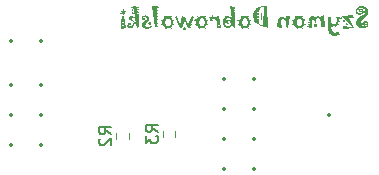
<source format=gbo>
%TF.GenerationSoftware,KiCad,Pcbnew,9.0.5*%
%TF.CreationDate,2025-11-26T16:17:29+01:00*%
%TF.ProjectId,Stacja_pogody_SD,53746163-6a61-45f7-906f-676f64795f53,rev?*%
%TF.SameCoordinates,Original*%
%TF.FileFunction,Legend,Bot*%
%TF.FilePolarity,Positive*%
%FSLAX46Y46*%
G04 Gerber Fmt 4.6, Leading zero omitted, Abs format (unit mm)*
G04 Created by KiCad (PCBNEW 9.0.5) date 2025-11-26 16:17:29*
%MOMM*%
%LPD*%
G01*
G04 APERTURE LIST*
%ADD10C,0.300000*%
%ADD11C,0.150000*%
%ADD12C,0.120000*%
%ADD13C,0.350000*%
G04 APERTURE END LIST*
D10*
G36*
X146265985Y-35156437D02*
G01*
X146272620Y-35236146D01*
X146291537Y-35304746D01*
X146321994Y-35364238D01*
X146364262Y-35416098D01*
X146416193Y-35458228D01*
X146475649Y-35488572D01*
X146544083Y-35507407D01*
X146623465Y-35514009D01*
X146688921Y-35509907D01*
X146747754Y-35498072D01*
X146802767Y-35477610D01*
X146852626Y-35448338D01*
X146899403Y-35407107D01*
X146931944Y-35359769D01*
X146951638Y-35305822D01*
X146958414Y-35244364D01*
X146953303Y-35191862D01*
X146938722Y-35147186D01*
X146913978Y-35108088D01*
X146878363Y-35075013D01*
X146840080Y-35052090D01*
X146797030Y-35035262D01*
X146750447Y-35025176D01*
X146696280Y-35021615D01*
X146630884Y-35029950D01*
X146575655Y-35055778D01*
X146550576Y-35078479D01*
X146533340Y-35103223D01*
X146522809Y-35131234D01*
X146519143Y-35164131D01*
X146528707Y-35210135D01*
X146557520Y-35247845D01*
X146599137Y-35272786D01*
X146648103Y-35281184D01*
X146679985Y-35278108D01*
X146704890Y-35269644D01*
X146725519Y-35253952D01*
X146743816Y-35226962D01*
X146720552Y-35231450D01*
X146704432Y-35232458D01*
X146672332Y-35229009D01*
X146653141Y-35220459D01*
X146641051Y-35205578D01*
X146636654Y-35182449D01*
X146641190Y-35160096D01*
X146654148Y-35144439D01*
X146674500Y-35135063D01*
X146707546Y-35131341D01*
X146753799Y-35137844D01*
X146791810Y-35157261D01*
X146820752Y-35191425D01*
X146830644Y-35233374D01*
X146824798Y-35280269D01*
X146808619Y-35315992D01*
X146782467Y-35343283D01*
X146748289Y-35361910D01*
X146701063Y-35374454D01*
X146636837Y-35379187D01*
X146576299Y-35371726D01*
X146525859Y-35350356D01*
X146483148Y-35314890D01*
X146450839Y-35269105D01*
X146431306Y-35216653D01*
X146424529Y-35155613D01*
X146431376Y-35101284D01*
X146451366Y-35053947D01*
X146483731Y-35012890D01*
X146530775Y-34976094D01*
X146576555Y-34951965D01*
X146627862Y-34935061D01*
X146682557Y-34925339D01*
X146743358Y-34921964D01*
X146816729Y-34926720D01*
X146880836Y-34940282D01*
X146939700Y-34963512D01*
X146990562Y-34995878D01*
X147036137Y-35040687D01*
X147068598Y-35092964D01*
X147088122Y-35152408D01*
X147094976Y-35222566D01*
X147089779Y-35270216D01*
X147073904Y-35317595D01*
X147046250Y-35365631D01*
X146988327Y-35431216D01*
X146899521Y-35501094D01*
X146716155Y-35624742D01*
X146533523Y-35747474D01*
X146471779Y-35809073D01*
X146422712Y-35872862D01*
X146385145Y-35939174D01*
X146357802Y-36010148D01*
X146341288Y-36085019D01*
X146335686Y-36164672D01*
X146346239Y-36274155D01*
X146376444Y-36368095D01*
X146407969Y-36424708D01*
X146448799Y-36475992D01*
X146499726Y-36522426D01*
X146580375Y-36574726D01*
X146671276Y-36613559D01*
X146769848Y-36637104D01*
X146882759Y-36645341D01*
X146972213Y-36641079D01*
X147050921Y-36628947D01*
X147125240Y-36607992D01*
X147192520Y-36578755D01*
X147263706Y-36530395D01*
X147312505Y-36474433D01*
X147342509Y-36407872D01*
X147352896Y-36328803D01*
X147344623Y-36245544D01*
X147321357Y-36177290D01*
X147284020Y-36120891D01*
X147233172Y-36077670D01*
X147169698Y-36051064D01*
X147089755Y-36041573D01*
X147040455Y-36045440D01*
X146997523Y-36056502D01*
X146957841Y-36074513D01*
X146921869Y-36098818D01*
X146889031Y-36131655D01*
X146866273Y-36169159D01*
X146852714Y-36211140D01*
X146848046Y-36258461D01*
X146853497Y-36315729D01*
X146868221Y-36358618D01*
X146890911Y-36390535D01*
X146922275Y-36413747D01*
X146964516Y-36428761D01*
X147021062Y-36434316D01*
X147065508Y-36427486D01*
X147103494Y-36407388D01*
X147129933Y-36376079D01*
X147138756Y-36335947D01*
X147133594Y-36299290D01*
X147119980Y-36275405D01*
X147097693Y-36260487D01*
X147064110Y-36254980D01*
X147054676Y-36255530D01*
X147035808Y-36255988D01*
X147060538Y-36279893D01*
X147066308Y-36298944D01*
X147063235Y-36315985D01*
X147054951Y-36326605D01*
X147021062Y-36335031D01*
X146998575Y-36330796D01*
X146983784Y-36319094D01*
X146975154Y-36300323D01*
X146971694Y-36269177D01*
X146982136Y-36228053D01*
X147014467Y-36194713D01*
X147055134Y-36176578D01*
X147103036Y-36170533D01*
X147147605Y-36175435D01*
X147181600Y-36188887D01*
X147207541Y-36210192D01*
X147232859Y-36256357D01*
X147242529Y-36327704D01*
X147237133Y-36371016D01*
X147221463Y-36408304D01*
X147195878Y-36440456D01*
X147158815Y-36468937D01*
X147122773Y-36487257D01*
X147081787Y-36500353D01*
X146990287Y-36510519D01*
X146930219Y-36505072D01*
X146876714Y-36489270D01*
X146828183Y-36462706D01*
X146784482Y-36424515D01*
X146749685Y-36379540D01*
X146725131Y-36330543D01*
X146710471Y-36276867D01*
X146705348Y-36215047D01*
X146714992Y-36148372D01*
X146746564Y-36072622D01*
X146795998Y-35998401D01*
X146872501Y-35913529D01*
X147026741Y-35766434D01*
X147182995Y-35620254D01*
X147258042Y-35528809D01*
X147308658Y-35444033D01*
X147340707Y-35356428D01*
X147350881Y-35273674D01*
X147345776Y-35192093D01*
X147331114Y-35119586D01*
X147307559Y-35054863D01*
X147274034Y-34995018D01*
X147231277Y-34942200D01*
X147178599Y-34895769D01*
X147096077Y-34845855D01*
X146998897Y-34809673D01*
X146892708Y-34788725D01*
X146767996Y-34781280D01*
X146675118Y-34786939D01*
X146589485Y-34803445D01*
X146508453Y-34831476D01*
X146434421Y-34870948D01*
X146358896Y-34930573D01*
X146307842Y-34996061D01*
X146276641Y-35071101D01*
X146265985Y-35156437D01*
G37*
G36*
X146148291Y-35813145D02*
G01*
X145695373Y-35789789D01*
X146169540Y-36656790D01*
X145231556Y-36704143D01*
X145213604Y-36481027D01*
X145926182Y-36521877D01*
X145208618Y-35712120D01*
X145502116Y-35712120D01*
X145543434Y-35848669D01*
X145591509Y-35975444D01*
X145647516Y-36095461D01*
X145707829Y-36200575D01*
X145735032Y-36164397D01*
X145682728Y-36048760D01*
X145639319Y-35929191D01*
X145605063Y-35806522D01*
X145580334Y-35681620D01*
X145502116Y-35712120D01*
X145208618Y-35712120D01*
X145139873Y-35634542D01*
X146073552Y-35584259D01*
X146148291Y-35813145D01*
G37*
G36*
X145555919Y-36228993D02*
G01*
X145579144Y-36243073D01*
X145593584Y-36265691D01*
X145598927Y-36299494D01*
X145593533Y-36334017D01*
X145579144Y-36356372D01*
X145555970Y-36370034D01*
X145521167Y-36375148D01*
X145486545Y-36369993D01*
X145464289Y-36356372D01*
X145450660Y-36334050D01*
X145445512Y-36299494D01*
X145450610Y-36265661D01*
X145464289Y-36243073D01*
X145486534Y-36229040D01*
X145521167Y-36223748D01*
X145555919Y-36228993D01*
G37*
G36*
X145329322Y-35982908D02*
G01*
X145352090Y-35996968D01*
X145366190Y-36019596D01*
X145371415Y-36053297D01*
X145366163Y-36087065D01*
X145352090Y-36109259D01*
X145329384Y-36122832D01*
X145294662Y-36127943D01*
X145259315Y-36122739D01*
X145237326Y-36109167D01*
X145224016Y-36087082D01*
X145219008Y-36053297D01*
X145223993Y-36019501D01*
X145237326Y-35996968D01*
X145259306Y-35982986D01*
X145294662Y-35977643D01*
X145329322Y-35982908D01*
G37*
G36*
X145100942Y-35736671D02*
G01*
X145123570Y-35750771D01*
X145137671Y-35773399D01*
X145142896Y-35807100D01*
X145137606Y-35841748D01*
X145123570Y-35864070D01*
X145100994Y-35877751D01*
X145067241Y-35882846D01*
X145032620Y-35877691D01*
X145010363Y-35864070D01*
X144996738Y-35841737D01*
X144991587Y-35807100D01*
X144996682Y-35773347D01*
X145010363Y-35750771D01*
X145032609Y-35736739D01*
X145067241Y-35731446D01*
X145100942Y-35736671D01*
G37*
G36*
X143903760Y-36240875D02*
G01*
X143911210Y-36465341D01*
X143931823Y-36652269D01*
X143963266Y-36806690D01*
X144003612Y-36933213D01*
X144051405Y-37035977D01*
X144106672Y-37119695D01*
X144168425Y-37185592D01*
X144236946Y-37235901D01*
X144313142Y-37271967D01*
X144398481Y-37294164D01*
X144494889Y-37301866D01*
X144628215Y-37292275D01*
X144747405Y-37264589D01*
X144857909Y-37217471D01*
X144958614Y-37150191D01*
X144908697Y-37053929D01*
X144833797Y-37107337D01*
X144752718Y-37144055D01*
X144664865Y-37165464D01*
X144565597Y-37172906D01*
X144494706Y-37169426D01*
X144427203Y-37159992D01*
X144459351Y-37166037D01*
X144491775Y-37167044D01*
X144568660Y-37160736D01*
X144640427Y-37142131D01*
X144708081Y-37111352D01*
X144773326Y-37067485D01*
X144832272Y-37010485D01*
X144873526Y-36949515D01*
X144899527Y-36880621D01*
X144911079Y-36797016D01*
X144825716Y-36903537D01*
X144787318Y-36941411D01*
X144753450Y-36967284D01*
X144706997Y-36993114D01*
X144656455Y-37011614D01*
X144602579Y-37022552D01*
X144541967Y-37026360D01*
X144477900Y-37019014D01*
X144420784Y-36997486D01*
X144368856Y-36961246D01*
X144321120Y-36908116D01*
X144277452Y-36834477D01*
X144239721Y-36739937D01*
X144207697Y-36618104D01*
X144183147Y-36463464D01*
X144168275Y-36269910D01*
X144224695Y-36350876D01*
X144287343Y-36413891D01*
X144250524Y-36505116D01*
X144317843Y-36562818D01*
X144358143Y-36455931D01*
X144424272Y-36475348D01*
X144499835Y-36475623D01*
X144529602Y-36590662D01*
X144630077Y-36566665D01*
X144584831Y-36458770D01*
X144626995Y-36440610D01*
X144667813Y-36414257D01*
X144704388Y-36381130D01*
X144736323Y-36341168D01*
X144824067Y-36408579D01*
X144897157Y-36331092D01*
X144775249Y-36261758D01*
X144801536Y-36183173D01*
X144816099Y-36096803D01*
X144914559Y-36133347D01*
X144948631Y-36046611D01*
X144824891Y-36010432D01*
X144826723Y-35990191D01*
X144827731Y-35965369D01*
X144825166Y-35922688D01*
X144819762Y-35855552D01*
X144958248Y-35855552D01*
X144947257Y-35751871D01*
X144810969Y-35772387D01*
X144800803Y-35690047D01*
X144622200Y-35677865D01*
X144655448Y-35839706D01*
X144666164Y-35977093D01*
X144662736Y-36044110D01*
X144652975Y-36103031D01*
X144636331Y-36158088D01*
X144614232Y-36205246D01*
X144578227Y-36255165D01*
X144536379Y-36289235D01*
X144486872Y-36309859D01*
X144427203Y-36317079D01*
X144350229Y-36307373D01*
X144291313Y-36280441D01*
X144246036Y-36236754D01*
X144215040Y-36179828D01*
X144194183Y-36101308D01*
X144186318Y-35994678D01*
X144194470Y-35878541D01*
X144220757Y-35746284D01*
X143937923Y-35683360D01*
X143912461Y-35977551D01*
X143903760Y-36240875D01*
G37*
G36*
X142173879Y-36568771D02*
G01*
X142598496Y-36619330D01*
X142590252Y-36100558D01*
X142595499Y-35998731D01*
X142611776Y-35937434D01*
X142631237Y-35905950D01*
X142654100Y-35888933D01*
X142681569Y-35883304D01*
X142708413Y-35891111D01*
X142740187Y-35919299D01*
X142768750Y-35960698D01*
X142802927Y-36028109D01*
X142841212Y-36127943D01*
X142872170Y-36229152D01*
X142885908Y-36141499D01*
X142896625Y-36053572D01*
X142919522Y-35957767D01*
X142952404Y-35889166D01*
X142980589Y-35858495D01*
X143013861Y-35836684D01*
X143052149Y-35823498D01*
X143098583Y-35818824D01*
X143142835Y-35824642D01*
X143184198Y-35842147D01*
X143223879Y-35872588D01*
X143273245Y-35935573D01*
X143320050Y-36033879D01*
X143309700Y-36581045D01*
X143685956Y-36554300D01*
X143560202Y-35554583D01*
X143340658Y-35589571D01*
X143330675Y-35794644D01*
X143269624Y-35729555D01*
X143205012Y-35682719D01*
X143134152Y-35652789D01*
X143060664Y-35642969D01*
X142992045Y-35650168D01*
X142932803Y-35670904D01*
X142881324Y-35705055D01*
X142839014Y-35752603D01*
X142781448Y-35699277D01*
X142724891Y-35662295D01*
X142664988Y-35638780D01*
X142606739Y-35631245D01*
X142542944Y-35640176D01*
X142484373Y-35666966D01*
X142432328Y-35709675D01*
X142381974Y-35772662D01*
X142349726Y-35827517D01*
X142321707Y-35889898D01*
X142298735Y-35956647D01*
X142278476Y-36033238D01*
X142408719Y-36070058D01*
X142394431Y-36144247D01*
X142260983Y-36116678D01*
X142250083Y-36210559D01*
X142379959Y-36231991D01*
X142362649Y-36314240D01*
X142225262Y-36291708D01*
X142207768Y-36386871D01*
X142354405Y-36394016D01*
X142341949Y-36481119D01*
X142195678Y-36465823D01*
X142173879Y-36568771D01*
G37*
G36*
X142741103Y-36416730D02*
G01*
X142751000Y-36470081D01*
X142780396Y-36514183D01*
X142824219Y-36543873D01*
X142878306Y-36553934D01*
X142931637Y-36543958D01*
X142976217Y-36514183D01*
X143006399Y-36470002D01*
X143016517Y-36416730D01*
X143006392Y-36364105D01*
X142976217Y-36320834D01*
X142931701Y-36291702D01*
X142878306Y-36281908D01*
X142824153Y-36291786D01*
X142780396Y-36320834D01*
X142751001Y-36364088D01*
X142741103Y-36416730D01*
G37*
G36*
X141807332Y-35636283D02*
G01*
X141738547Y-35744360D01*
X141786969Y-35785480D01*
X141829772Y-35833845D01*
X141865442Y-35887709D01*
X141893061Y-35945860D01*
X142011214Y-35896310D01*
X142036401Y-35990740D01*
X141921729Y-36026644D01*
X141932720Y-36080591D01*
X141936384Y-36141224D01*
X141932262Y-36206071D01*
X141919623Y-36277145D01*
X142036310Y-36303157D01*
X142016618Y-36396946D01*
X141887932Y-36356463D01*
X141864693Y-36402663D01*
X141835908Y-36446680D01*
X141802315Y-36486947D01*
X141765200Y-36521877D01*
X141851571Y-36646257D01*
X141765383Y-36696449D01*
X141689637Y-36577015D01*
X141635761Y-36604495D01*
X141578171Y-36624001D01*
X141518259Y-36635603D01*
X141456996Y-36639480D01*
X141417246Y-36636915D01*
X141366229Y-36629679D01*
X141347636Y-36748748D01*
X141247527Y-36723652D01*
X141276287Y-36601195D01*
X141198798Y-36561631D01*
X141132214Y-36510245D01*
X141076627Y-36447120D01*
X141032563Y-36371942D01*
X140951963Y-36429187D01*
X140896459Y-36333382D01*
X140999590Y-36285389D01*
X140984844Y-36215138D01*
X140980038Y-36147086D01*
X141272349Y-36147086D01*
X141275812Y-36212103D01*
X141285629Y-36268627D01*
X141301877Y-36321486D01*
X141323182Y-36367546D01*
X141358195Y-36416286D01*
X141399019Y-36448970D01*
X141447301Y-36468516D01*
X141505081Y-36475348D01*
X141561110Y-36468573D01*
X141609129Y-36448970D01*
X141650149Y-36416311D01*
X141685974Y-36367454D01*
X141707941Y-36321396D01*
X141724076Y-36268627D01*
X141733485Y-36212125D01*
X141736807Y-36147086D01*
X141733540Y-36085332D01*
X141724076Y-36029025D01*
X141707727Y-35975800D01*
X141684875Y-35928458D01*
X141649129Y-35879164D01*
X141608121Y-35845935D01*
X141560191Y-35825745D01*
X141505081Y-35818824D01*
X141448373Y-35825834D01*
X141401034Y-35845935D01*
X141360571Y-35878880D01*
X141324189Y-35927542D01*
X141300676Y-35974727D01*
X141284530Y-36027377D01*
X141275511Y-36083508D01*
X141272349Y-36147086D01*
X140980038Y-36147086D01*
X140979624Y-36141224D01*
X140981730Y-36096528D01*
X140986401Y-36059433D01*
X140858174Y-36026094D01*
X140883087Y-35914811D01*
X141008658Y-35970590D01*
X141040380Y-35903626D01*
X141079641Y-35843004D01*
X141126706Y-35788817D01*
X141181582Y-35742070D01*
X141126169Y-35641870D01*
X141211166Y-35593876D01*
X141265571Y-35690047D01*
X141355422Y-35659730D01*
X141404214Y-35651615D01*
X141456996Y-35648831D01*
X141510037Y-35651701D01*
X141560677Y-35660188D01*
X141655566Y-35693069D01*
X141723526Y-35578580D01*
X141807332Y-35636283D01*
G37*
G36*
X140694317Y-35667057D02*
G01*
X140584042Y-36610537D01*
X140393258Y-36583426D01*
X140363399Y-36051282D01*
X140292068Y-35955564D01*
X140230958Y-35894569D01*
X140186559Y-35863970D01*
X140146748Y-35847424D01*
X140110150Y-35842271D01*
X140072020Y-35847732D01*
X140042374Y-35863147D01*
X140019108Y-35888891D01*
X139997684Y-35942543D01*
X139989066Y-36030124D01*
X139992180Y-36173098D01*
X140003446Y-36604858D01*
X139602460Y-36536348D01*
X139632809Y-36381559D01*
X139740030Y-36381559D01*
X139746259Y-36413328D01*
X139764851Y-36439353D01*
X139791699Y-36456861D01*
X139822187Y-36462617D01*
X139860198Y-36457073D01*
X139884194Y-36442559D01*
X139898745Y-36418688D01*
X139904253Y-36381559D01*
X139898777Y-36345327D01*
X139884194Y-36321659D01*
X139860189Y-36307074D01*
X139822187Y-36301509D01*
X139791699Y-36307264D01*
X139764851Y-36324773D01*
X139746212Y-36350656D01*
X139740030Y-36381559D01*
X139632809Y-36381559D01*
X139682229Y-36129501D01*
X139777949Y-36129501D01*
X139782238Y-36159186D01*
X139793519Y-36178227D01*
X139812009Y-36189875D01*
X139840597Y-36194255D01*
X139869342Y-36189889D01*
X139888224Y-36178227D01*
X139899853Y-36159141D01*
X139904253Y-36129501D01*
X139899923Y-36101635D01*
X139888224Y-36082881D01*
X139869342Y-36071219D01*
X139840597Y-36066852D01*
X139812009Y-36071233D01*
X139793519Y-36082881D01*
X139782170Y-36101592D01*
X139777949Y-36129501D01*
X139682229Y-36129501D01*
X139697349Y-36052381D01*
X139729472Y-35929670D01*
X139768709Y-35838198D01*
X139813486Y-35771654D01*
X139871494Y-35719520D01*
X139938309Y-35688736D01*
X140016910Y-35678140D01*
X140078209Y-35683841D01*
X140137804Y-35700997D01*
X140196612Y-35730255D01*
X140276894Y-35791429D01*
X140352683Y-35876526D01*
X140337570Y-35589480D01*
X140694317Y-35667057D01*
G37*
G36*
X138343225Y-35439625D02*
G01*
X138328886Y-35547165D01*
X138320410Y-35656578D01*
X138317529Y-35771196D01*
X138318079Y-35840897D01*
X138320735Y-35909224D01*
X138263124Y-35939632D01*
X138245630Y-35785759D01*
X138239952Y-35619521D01*
X138243524Y-35477464D01*
X138255705Y-35335864D01*
X138363416Y-35335864D01*
X138343225Y-35439625D01*
G37*
G36*
X138864969Y-36604675D02*
G01*
X138697944Y-36580823D01*
X138545308Y-36548721D01*
X138405915Y-36508962D01*
X138270026Y-36458674D01*
X138145094Y-36400483D01*
X138030300Y-36334573D01*
X137926928Y-36261667D01*
X137840525Y-36185228D01*
X137769376Y-36105208D01*
X137712112Y-36021331D01*
X137666345Y-35930024D01*
X137633517Y-35833272D01*
X137613514Y-35730138D01*
X137606691Y-35619521D01*
X137613197Y-35520328D01*
X137929183Y-35520328D01*
X137929183Y-35617323D01*
X138078843Y-35627581D01*
X138080858Y-35768449D01*
X137934678Y-35773578D01*
X137947318Y-35872496D01*
X138083880Y-35879732D01*
X138094230Y-36268261D01*
X138184507Y-36316206D01*
X138278786Y-36357471D01*
X138375673Y-36391151D01*
X138472684Y-36416089D01*
X138494025Y-34863804D01*
X138394915Y-34881812D01*
X138303241Y-34905294D01*
X138215748Y-34934707D01*
X138138102Y-34967943D01*
X138104214Y-35265980D01*
X137952630Y-35281367D01*
X137947868Y-35370119D01*
X138089376Y-35375248D01*
X138075454Y-35515291D01*
X137929183Y-35520328D01*
X137613197Y-35520328D01*
X137617188Y-35459484D01*
X137646943Y-35321623D01*
X137694160Y-35202507D01*
X137743209Y-35120132D01*
X137802963Y-35046718D01*
X137874064Y-34981544D01*
X137957576Y-34924254D01*
X138043508Y-34880531D01*
X138150352Y-34840156D01*
X138281625Y-34803995D01*
X138489659Y-34766083D01*
X138752862Y-34740064D01*
X138864969Y-36604675D01*
G37*
G36*
X137213124Y-35636283D02*
G01*
X137144339Y-35744360D01*
X137192761Y-35785480D01*
X137235564Y-35833845D01*
X137271234Y-35887709D01*
X137298853Y-35945860D01*
X137417006Y-35896310D01*
X137442193Y-35990740D01*
X137327521Y-36026644D01*
X137338512Y-36080591D01*
X137342176Y-36141224D01*
X137338054Y-36206071D01*
X137325415Y-36277145D01*
X137442102Y-36303157D01*
X137422410Y-36396946D01*
X137293724Y-36356463D01*
X137270485Y-36402663D01*
X137241700Y-36446680D01*
X137208107Y-36486947D01*
X137170992Y-36521877D01*
X137257363Y-36646257D01*
X137171175Y-36696449D01*
X137095430Y-36577015D01*
X137041553Y-36604495D01*
X136983963Y-36624001D01*
X136924051Y-36635603D01*
X136862788Y-36639480D01*
X136823038Y-36636915D01*
X136772021Y-36629679D01*
X136753428Y-36748748D01*
X136653319Y-36723652D01*
X136682079Y-36601195D01*
X136604590Y-36561631D01*
X136538006Y-36510245D01*
X136482419Y-36447120D01*
X136438355Y-36371942D01*
X136357755Y-36429187D01*
X136302251Y-36333382D01*
X136405382Y-36285389D01*
X136390636Y-36215138D01*
X136385830Y-36147086D01*
X136678141Y-36147086D01*
X136681604Y-36212103D01*
X136691421Y-36268627D01*
X136707670Y-36321486D01*
X136728974Y-36367546D01*
X136763987Y-36416286D01*
X136804811Y-36448970D01*
X136853093Y-36468516D01*
X136910874Y-36475348D01*
X136966902Y-36468573D01*
X137014921Y-36448970D01*
X137055941Y-36416311D01*
X137091766Y-36367454D01*
X137113733Y-36321396D01*
X137129868Y-36268627D01*
X137139277Y-36212125D01*
X137142599Y-36147086D01*
X137139332Y-36085332D01*
X137129868Y-36029025D01*
X137113519Y-35975800D01*
X137090667Y-35928458D01*
X137054921Y-35879164D01*
X137013913Y-35845935D01*
X136965983Y-35825745D01*
X136910874Y-35818824D01*
X136854165Y-35825834D01*
X136806826Y-35845935D01*
X136766363Y-35878880D01*
X136729981Y-35927542D01*
X136706468Y-35974727D01*
X136690322Y-36027377D01*
X136681303Y-36083508D01*
X136678141Y-36147086D01*
X136385830Y-36147086D01*
X136385416Y-36141224D01*
X136387522Y-36096528D01*
X136392193Y-36059433D01*
X136263966Y-36026094D01*
X136288879Y-35914811D01*
X136414450Y-35970590D01*
X136446172Y-35903626D01*
X136485433Y-35843004D01*
X136532498Y-35788817D01*
X136587374Y-35742070D01*
X136531961Y-35641870D01*
X136616958Y-35593876D01*
X136671363Y-35690047D01*
X136761214Y-35659730D01*
X136810006Y-35651615D01*
X136862788Y-35648831D01*
X136915829Y-35651701D01*
X136966469Y-35660188D01*
X137061358Y-35693069D01*
X137129318Y-35578580D01*
X137213124Y-35636283D01*
G37*
G36*
X135019060Y-36126570D02*
G01*
X135027066Y-36229538D01*
X135050018Y-36319735D01*
X135088440Y-36402099D01*
X135141700Y-36474707D01*
X135210451Y-36536349D01*
X135289895Y-36580403D01*
X135378447Y-36606836D01*
X135480038Y-36616032D01*
X135557911Y-36609432D01*
X135625210Y-36590570D01*
X135685452Y-36558669D01*
X135737409Y-36513450D01*
X135778133Y-36459140D01*
X135807201Y-36397954D01*
X135824308Y-36330425D01*
X135830374Y-36250492D01*
X135825369Y-36187920D01*
X135810773Y-36130966D01*
X135786536Y-36077825D01*
X135752888Y-36028842D01*
X135707928Y-35984889D01*
X135658549Y-35954653D01*
X135603695Y-35936435D01*
X135542503Y-35930198D01*
X135481648Y-35936524D01*
X135428630Y-35954804D01*
X135381761Y-35984970D01*
X135344934Y-36025406D01*
X135322877Y-36073725D01*
X135315174Y-36132431D01*
X135325615Y-36196362D01*
X135354741Y-36248844D01*
X135377782Y-36271765D01*
X135404017Y-36287587D01*
X135433375Y-36296911D01*
X135466757Y-36300135D01*
X135514021Y-36293668D01*
X135546533Y-36276321D01*
X135568511Y-36246820D01*
X135581154Y-36197827D01*
X135555967Y-36214039D01*
X135531237Y-36217428D01*
X135499866Y-36212710D01*
X135480038Y-36200300D01*
X135468068Y-36179823D01*
X135463460Y-36147086D01*
X135469079Y-36115738D01*
X135484617Y-36094513D01*
X135509167Y-36081694D01*
X135547632Y-36076744D01*
X135585353Y-36080744D01*
X135617608Y-36092223D01*
X135645737Y-36111305D01*
X135670364Y-36138843D01*
X135699673Y-36200758D01*
X135709748Y-36276962D01*
X135701967Y-36334759D01*
X135679469Y-36383300D01*
X135641513Y-36424882D01*
X135593471Y-36456064D01*
X135540167Y-36474785D01*
X135480038Y-36481210D01*
X135421694Y-36474572D01*
X135370770Y-36455290D01*
X135325978Y-36423574D01*
X135285682Y-36377529D01*
X135256274Y-36327733D01*
X135235398Y-36274947D01*
X135222951Y-36218712D01*
X135218637Y-36155879D01*
X135224044Y-36084006D01*
X135239520Y-36021148D01*
X135265574Y-35963631D01*
X135301893Y-35912979D01*
X135349492Y-35869436D01*
X135404384Y-35838241D01*
X135465892Y-35819513D01*
X135537465Y-35812962D01*
X135600448Y-35819539D01*
X135657725Y-35838882D01*
X135710059Y-35870371D01*
X135759757Y-35915544D01*
X135799188Y-35965096D01*
X135829916Y-36019866D01*
X135851706Y-36078944D01*
X135864446Y-36142415D01*
X135922056Y-36586174D01*
X136074189Y-36622718D01*
X136062923Y-35412617D01*
X135939917Y-35397138D01*
X135937993Y-35332383D01*
X136064938Y-35337513D01*
X136064938Y-35248486D01*
X135935062Y-35233007D01*
X135939825Y-35156803D01*
X136064755Y-35172191D01*
X136069243Y-35092140D01*
X135934696Y-35068968D01*
X135929933Y-34992855D01*
X136069060Y-35016394D01*
X136069060Y-34898975D01*
X135616783Y-34821672D01*
X135812056Y-35860498D01*
X135773385Y-35791572D01*
X135722732Y-35732322D01*
X135659007Y-35681803D01*
X135587100Y-35643660D01*
X135512856Y-35621180D01*
X135434975Y-35613660D01*
X135337829Y-35623979D01*
X135254815Y-35653593D01*
X135182243Y-35702664D01*
X135118986Y-35773211D01*
X135075177Y-35848347D01*
X135043790Y-35932946D01*
X135025456Y-36023890D01*
X135019060Y-36126570D01*
G37*
G36*
X134203991Y-35662295D02*
G01*
X134278546Y-35682994D01*
X134349346Y-35717890D01*
X134386166Y-35633077D01*
X134461087Y-35671545D01*
X134416849Y-35771654D01*
X134474918Y-35832929D01*
X134533536Y-35908033D01*
X134541596Y-35613019D01*
X134708841Y-35646358D01*
X134869583Y-36618505D01*
X134511646Y-36669247D01*
X134517607Y-36451901D01*
X134602687Y-36451901D01*
X134607991Y-36489045D01*
X134621830Y-36512443D01*
X134644929Y-36526575D01*
X134682738Y-36532043D01*
X134719911Y-36526645D01*
X134743737Y-36512443D01*
X134758340Y-36488944D01*
X134763887Y-36451901D01*
X134757803Y-36419850D01*
X134739616Y-36393100D01*
X134713072Y-36374816D01*
X134682738Y-36368828D01*
X134651791Y-36374891D01*
X134625951Y-36393100D01*
X134608550Y-36419772D01*
X134602687Y-36451901D01*
X134517607Y-36451901D01*
X134524519Y-36199842D01*
X134597558Y-36199842D01*
X134601850Y-36228383D01*
X134613128Y-36246371D01*
X134631702Y-36257178D01*
X134662221Y-36261392D01*
X134690106Y-36257285D01*
X134708383Y-36246371D01*
X134719592Y-36228392D01*
X134723862Y-36199842D01*
X134719641Y-36171934D01*
X134708292Y-36153223D01*
X134689930Y-36141538D01*
X134662221Y-36137194D01*
X134631871Y-36141647D01*
X134613128Y-36153223D01*
X134601779Y-36171934D01*
X134597558Y-36199842D01*
X134524519Y-36199842D01*
X134527124Y-36104863D01*
X134445262Y-35981670D01*
X134376640Y-35903820D01*
X134326271Y-35863843D01*
X134282450Y-35842820D01*
X134243192Y-35836409D01*
X134191107Y-35842118D01*
X134159020Y-35856468D01*
X134138531Y-35880680D01*
X134131359Y-35915544D01*
X134138870Y-35954104D01*
X134163874Y-35994587D01*
X134108828Y-36071798D01*
X134059644Y-36042214D01*
X134023831Y-36013913D01*
X133945796Y-36079125D01*
X133886170Y-36017668D01*
X133974922Y-35955203D01*
X133959077Y-35914536D01*
X133953306Y-35864344D01*
X133954405Y-35838790D01*
X133955413Y-35816442D01*
X133855121Y-35779531D01*
X133883880Y-35700488D01*
X133977486Y-35748756D01*
X134003013Y-35713798D01*
X134039310Y-35686566D01*
X134082952Y-35668863D01*
X134135298Y-35660737D01*
X134119911Y-35567040D01*
X134200877Y-35559346D01*
X134203991Y-35662295D01*
G37*
G36*
X133567067Y-35636283D02*
G01*
X133498282Y-35744360D01*
X133546704Y-35785480D01*
X133589507Y-35833845D01*
X133625176Y-35887709D01*
X133652796Y-35945860D01*
X133770949Y-35896310D01*
X133796136Y-35990740D01*
X133681464Y-36026644D01*
X133692455Y-36080591D01*
X133696119Y-36141224D01*
X133691997Y-36206071D01*
X133679357Y-36277145D01*
X133796045Y-36303157D01*
X133776352Y-36396946D01*
X133647667Y-36356463D01*
X133624427Y-36402663D01*
X133595643Y-36446680D01*
X133562050Y-36486947D01*
X133524935Y-36521877D01*
X133611305Y-36646257D01*
X133525118Y-36696449D01*
X133449372Y-36577015D01*
X133395496Y-36604495D01*
X133337906Y-36624001D01*
X133277994Y-36635603D01*
X133216731Y-36639480D01*
X133176980Y-36636915D01*
X133125964Y-36629679D01*
X133107371Y-36748748D01*
X133007262Y-36723652D01*
X133036022Y-36601195D01*
X132958533Y-36561631D01*
X132891949Y-36510245D01*
X132836362Y-36447120D01*
X132792298Y-36371942D01*
X132711698Y-36429187D01*
X132656194Y-36333382D01*
X132759325Y-36285389D01*
X132744579Y-36215138D01*
X132739772Y-36147086D01*
X133032083Y-36147086D01*
X133035546Y-36212103D01*
X133045364Y-36268627D01*
X133061612Y-36321486D01*
X133082916Y-36367546D01*
X133117930Y-36416286D01*
X133158754Y-36448970D01*
X133207035Y-36468516D01*
X133264816Y-36475348D01*
X133320845Y-36468573D01*
X133368864Y-36448970D01*
X133409884Y-36416311D01*
X133445709Y-36367454D01*
X133467676Y-36321396D01*
X133483811Y-36268627D01*
X133493220Y-36212125D01*
X133496542Y-36147086D01*
X133493275Y-36085332D01*
X133483811Y-36029025D01*
X133467462Y-35975800D01*
X133444610Y-35928458D01*
X133408864Y-35879164D01*
X133367856Y-35845935D01*
X133319926Y-35825745D01*
X133264816Y-35818824D01*
X133208108Y-35825834D01*
X133160769Y-35845935D01*
X133120306Y-35878880D01*
X133083924Y-35927542D01*
X133060410Y-35974727D01*
X133044265Y-36027377D01*
X133035246Y-36083508D01*
X133032083Y-36147086D01*
X132739772Y-36147086D01*
X132739358Y-36141224D01*
X132741465Y-36096528D01*
X132746136Y-36059433D01*
X132617909Y-36026094D01*
X132642821Y-35914811D01*
X132768393Y-35970590D01*
X132800115Y-35903626D01*
X132839376Y-35843004D01*
X132886441Y-35788817D01*
X132941317Y-35742070D01*
X132885904Y-35641870D01*
X132970901Y-35593876D01*
X133025306Y-35690047D01*
X133115157Y-35659730D01*
X133163949Y-35651615D01*
X133216731Y-35648831D01*
X133269772Y-35651701D01*
X133320412Y-35660188D01*
X133415300Y-35693069D01*
X133483261Y-35578580D01*
X133567067Y-35636283D01*
G37*
G36*
X130995098Y-35676583D02*
G01*
X131370805Y-36612827D01*
X131536584Y-36639846D01*
X131809068Y-35943204D01*
X131991426Y-36524350D01*
X132285708Y-36670071D01*
X132312910Y-36561627D01*
X132192102Y-36507222D01*
X132209779Y-36451260D01*
X132332969Y-36505848D01*
X132356966Y-36409128D01*
X132247514Y-36365164D01*
X132265191Y-36313141D01*
X132374918Y-36352158D01*
X132399006Y-36262582D01*
X132299721Y-36221275D01*
X132317398Y-36167877D01*
X132412745Y-36207261D01*
X132558832Y-35682353D01*
X132383710Y-35600928D01*
X132089337Y-36326421D01*
X131851566Y-35672736D01*
X131567359Y-35595341D01*
X131417150Y-36375697D01*
X131152268Y-35606790D01*
X130995098Y-35676583D01*
G37*
G36*
X131666094Y-36692236D02*
G01*
X131675740Y-36741889D01*
X131704929Y-36784468D01*
X131747489Y-36813590D01*
X131797069Y-36823211D01*
X131846650Y-36813571D01*
X131888844Y-36784468D01*
X131917530Y-36741938D01*
X131927037Y-36692236D01*
X131917552Y-36643637D01*
X131888844Y-36602019D01*
X131846728Y-36573705D01*
X131797069Y-36564283D01*
X131747411Y-36573686D01*
X131704929Y-36602019D01*
X131675724Y-36643624D01*
X131666094Y-36692236D01*
G37*
G36*
X130707960Y-35636283D02*
G01*
X130639175Y-35744360D01*
X130687597Y-35785480D01*
X130730400Y-35833845D01*
X130766070Y-35887709D01*
X130793689Y-35945860D01*
X130911842Y-35896310D01*
X130937029Y-35990740D01*
X130822357Y-36026644D01*
X130833348Y-36080591D01*
X130837012Y-36141224D01*
X130832890Y-36206071D01*
X130820251Y-36277145D01*
X130936938Y-36303157D01*
X130917246Y-36396946D01*
X130788560Y-36356463D01*
X130765321Y-36402663D01*
X130736536Y-36446680D01*
X130702943Y-36486947D01*
X130665828Y-36521877D01*
X130752199Y-36646257D01*
X130666011Y-36696449D01*
X130590266Y-36577015D01*
X130536389Y-36604495D01*
X130478799Y-36624001D01*
X130418887Y-36635603D01*
X130357624Y-36639480D01*
X130317874Y-36636915D01*
X130266857Y-36629679D01*
X130248265Y-36748748D01*
X130148155Y-36723652D01*
X130176915Y-36601195D01*
X130099426Y-36561631D01*
X130032842Y-36510245D01*
X129977256Y-36447120D01*
X129933191Y-36371942D01*
X129852591Y-36429187D01*
X129797087Y-36333382D01*
X129900218Y-36285389D01*
X129885472Y-36215138D01*
X129880666Y-36147086D01*
X130172977Y-36147086D01*
X130176440Y-36212103D01*
X130186257Y-36268627D01*
X130202506Y-36321486D01*
X130223810Y-36367546D01*
X130258823Y-36416286D01*
X130299647Y-36448970D01*
X130347929Y-36468516D01*
X130405710Y-36475348D01*
X130461738Y-36468573D01*
X130509757Y-36448970D01*
X130550777Y-36416311D01*
X130586602Y-36367454D01*
X130608569Y-36321396D01*
X130624704Y-36268627D01*
X130634113Y-36212125D01*
X130637435Y-36147086D01*
X130634168Y-36085332D01*
X130624704Y-36029025D01*
X130608355Y-35975800D01*
X130585503Y-35928458D01*
X130549757Y-35879164D01*
X130508750Y-35845935D01*
X130460819Y-35825745D01*
X130405710Y-35818824D01*
X130349001Y-35825834D01*
X130301662Y-35845935D01*
X130261199Y-35878880D01*
X130224817Y-35927542D01*
X130201304Y-35974727D01*
X130185158Y-36027377D01*
X130176139Y-36083508D01*
X130172977Y-36147086D01*
X129880666Y-36147086D01*
X129880252Y-36141224D01*
X129882358Y-36096528D01*
X129887029Y-36059433D01*
X129758802Y-36026094D01*
X129783715Y-35914811D01*
X129909286Y-35970590D01*
X129941008Y-35903626D01*
X129980269Y-35843004D01*
X130027334Y-35788817D01*
X130082210Y-35742070D01*
X130026797Y-35641870D01*
X130111794Y-35593876D01*
X130166199Y-35690047D01*
X130256050Y-35659730D01*
X130304842Y-35651615D01*
X130357624Y-35648831D01*
X130410665Y-35651701D01*
X130461305Y-35660188D01*
X130556194Y-35693069D01*
X130624154Y-35578580D01*
X130707960Y-35636283D01*
G37*
G36*
X129044300Y-34816451D02*
G01*
X129254135Y-36575274D01*
X129584870Y-36543584D01*
X129568476Y-36445856D01*
X129442904Y-36463167D01*
X129437958Y-36281725D01*
X129581573Y-36272383D01*
X129573879Y-36180242D01*
X129437775Y-36182257D01*
X129434936Y-36006311D01*
X129584779Y-36000174D01*
X129573788Y-35918475D01*
X129432738Y-35918475D01*
X129429715Y-35729339D01*
X129591831Y-35719173D01*
X129580932Y-35611461D01*
X129427609Y-35638847D01*
X129427609Y-35478563D01*
X129581665Y-35460886D01*
X129568659Y-35370669D01*
X129424586Y-35367554D01*
X129422479Y-35197287D01*
X129590091Y-35189227D01*
X129570582Y-35088019D01*
X129422388Y-35103406D01*
X129417442Y-34939366D01*
X129595037Y-34925994D01*
X129580932Y-34816451D01*
X129044300Y-34816451D01*
G37*
G36*
X128161820Y-35783836D02*
G01*
X128166694Y-35839719D01*
X128179746Y-35881136D01*
X128199556Y-35911514D01*
X128227372Y-35934099D01*
X128264030Y-35948415D01*
X128312304Y-35953646D01*
X128374567Y-35946294D01*
X128414153Y-35927451D01*
X128439397Y-35895739D01*
X128448408Y-35848957D01*
X128444946Y-35824270D01*
X128434670Y-35802246D01*
X128417842Y-35783261D01*
X128392080Y-35765518D01*
X128358191Y-35788965D01*
X128371106Y-35807192D01*
X128374952Y-35821388D01*
X128371879Y-35839215D01*
X128363595Y-35850606D01*
X128350401Y-35857272D01*
X128329706Y-35859856D01*
X128301066Y-35855806D01*
X128283636Y-35845385D01*
X128273145Y-35827858D01*
X128269073Y-35799132D01*
X128272438Y-35775312D01*
X128282445Y-35753977D01*
X128298628Y-35735677D01*
X128322837Y-35719173D01*
X128369915Y-35701587D01*
X128426060Y-35695725D01*
X128495395Y-35705251D01*
X128553463Y-35733736D01*
X128579107Y-35756953D01*
X128596603Y-35783469D01*
X128607012Y-35813555D01*
X128610616Y-35848133D01*
X128604201Y-35881433D01*
X128583414Y-35916185D01*
X128551747Y-35947935D01*
X128503363Y-35982863D01*
X128356268Y-36075462D01*
X128302137Y-36110175D01*
X128252705Y-36159352D01*
X128219522Y-36210192D01*
X128199447Y-36266244D01*
X128192595Y-36328803D01*
X128200973Y-36412341D01*
X128225201Y-36485515D01*
X128265816Y-36550346D01*
X128324852Y-36607240D01*
X128389206Y-36648775D01*
X128461506Y-36679230D01*
X128539516Y-36697597D01*
X128626828Y-36703960D01*
X128684746Y-36700430D01*
X128739302Y-36690038D01*
X128791865Y-36672740D01*
X128843441Y-36648272D01*
X128892130Y-36617187D01*
X128933841Y-36580220D01*
X128969253Y-36537077D01*
X128999329Y-36486431D01*
X128919187Y-36408945D01*
X128882920Y-36467022D01*
X128844071Y-36511261D01*
X128802591Y-36543767D01*
X128730458Y-36575732D01*
X128646337Y-36586723D01*
X128594892Y-36581244D01*
X128551935Y-36565664D01*
X128515636Y-36540286D01*
X128487687Y-36506364D01*
X128470747Y-36465841D01*
X128464803Y-36416730D01*
X128470433Y-36367192D01*
X128487609Y-36318270D01*
X128515429Y-36272091D01*
X128557127Y-36224572D01*
X128644139Y-36149009D01*
X128732341Y-36073264D01*
X128773878Y-36023818D01*
X128802683Y-35974254D01*
X128820543Y-35921291D01*
X128826496Y-35865718D01*
X128818796Y-35799755D01*
X128796454Y-35742528D01*
X128760089Y-35692188D01*
X128708435Y-35647090D01*
X128655184Y-35616264D01*
X128595412Y-35594883D01*
X128531335Y-35582715D01*
X128459857Y-35578489D01*
X128400642Y-35581318D01*
X128349582Y-35589296D01*
X128301994Y-35602767D01*
X128261746Y-35620529D01*
X128216587Y-35651781D01*
X128186366Y-35688764D01*
X128168124Y-35732588D01*
X128161820Y-35783836D01*
G37*
G36*
X128711000Y-36246737D02*
G01*
X128720474Y-36296215D01*
X128748827Y-36337504D01*
X128790291Y-36365420D01*
X128838953Y-36374690D01*
X128887651Y-36365297D01*
X128929170Y-36336954D01*
X128957519Y-36295372D01*
X128966905Y-36246737D01*
X128957516Y-36198118D01*
X128929170Y-36156612D01*
X128887644Y-36128197D01*
X128838953Y-36118784D01*
X128790341Y-36128193D01*
X128748827Y-36156612D01*
X128720409Y-36198125D01*
X128711000Y-36246737D01*
G37*
G36*
X127913517Y-34837517D02*
G01*
X127913517Y-34947609D01*
X127765963Y-34928192D01*
X127765963Y-35010532D01*
X127915440Y-35047444D01*
X127918737Y-35157719D01*
X127761109Y-35139218D01*
X127768894Y-35232916D01*
X127918554Y-35248486D01*
X127920752Y-35365631D01*
X127780435Y-35350244D01*
X127783366Y-35449895D01*
X127918554Y-35466290D01*
X127945390Y-36598172D01*
X127741142Y-36616307D01*
X127685638Y-36237120D01*
X127627020Y-36214131D01*
X127546420Y-36351334D01*
X127464262Y-36489820D01*
X127402854Y-36562564D01*
X127342904Y-36610812D01*
X127277111Y-36641308D01*
X127209731Y-36651203D01*
X127137595Y-36642630D01*
X127075915Y-36617875D01*
X127022244Y-36576648D01*
X126980908Y-36523109D01*
X126956152Y-36461867D01*
X126947597Y-36390535D01*
X126950822Y-36349304D01*
X126960054Y-36313324D01*
X126975115Y-36280041D01*
X126995408Y-36249576D01*
X127021923Y-36222888D01*
X127052835Y-36203781D01*
X127087803Y-36192177D01*
X127128764Y-36188119D01*
X127179567Y-36197251D01*
X127222554Y-36224480D01*
X127251927Y-36265337D01*
X127261846Y-36316255D01*
X127256625Y-36355822D01*
X127239864Y-36398687D01*
X127182711Y-36380735D01*
X127185917Y-36368920D01*
X127187383Y-36359211D01*
X127184297Y-36339994D01*
X127176025Y-36327520D01*
X127162651Y-36319951D01*
X127142137Y-36317079D01*
X127115781Y-36321734D01*
X127098722Y-36334390D01*
X127088593Y-36354642D01*
X127084617Y-36387238D01*
X127092058Y-36428502D01*
X127114018Y-36462342D01*
X127147146Y-36485134D01*
X127189214Y-36492934D01*
X127232063Y-36485861D01*
X127280622Y-36462526D01*
X127327219Y-36426335D01*
X127379632Y-36370660D01*
X127436877Y-36293449D01*
X127514088Y-36171449D01*
X127375694Y-36090574D01*
X127252870Y-35999991D01*
X127177874Y-35929274D01*
X127128764Y-35867642D01*
X127110869Y-35831921D01*
X127348949Y-35831921D01*
X127356145Y-35881302D01*
X127378900Y-35932855D01*
X127414430Y-35981609D01*
X127467834Y-36034246D01*
X127569409Y-36107610D01*
X127622617Y-36135991D01*
X127674464Y-36156886D01*
X127630225Y-35847858D01*
X127571842Y-35808205D01*
X127520774Y-35782004D01*
X127469859Y-35765310D01*
X127425977Y-35760205D01*
X127390605Y-35765220D01*
X127368092Y-35778340D01*
X127354124Y-35799698D01*
X127348949Y-35831921D01*
X127110869Y-35831921D01*
X127096685Y-35803607D01*
X127086907Y-35746009D01*
X127092254Y-35704144D01*
X127107149Y-35671858D01*
X127131420Y-35646816D01*
X127183163Y-35623079D01*
X127267067Y-35613660D01*
X127343348Y-35620252D01*
X127429824Y-35641412D01*
X127517160Y-35674324D01*
X127611724Y-35720821D01*
X127467560Y-34739423D01*
X127913517Y-34837517D01*
G37*
G36*
X127442264Y-35325247D02*
G01*
X127464904Y-35339344D01*
X127478964Y-35362112D01*
X127484229Y-35396772D01*
X127478943Y-35431340D01*
X127464904Y-35453650D01*
X127442316Y-35467328D01*
X127408483Y-35472426D01*
X127373850Y-35467296D01*
X127351147Y-35453650D01*
X127337108Y-35431340D01*
X127331822Y-35396772D01*
X127337087Y-35362112D01*
X127351147Y-35339344D01*
X127373903Y-35325281D01*
X127408483Y-35320019D01*
X127442264Y-35325247D01*
G37*
G36*
X127414349Y-35074361D02*
G01*
X127437243Y-35088385D01*
X127451344Y-35111012D01*
X127456569Y-35144713D01*
X127451279Y-35179361D01*
X127437243Y-35201683D01*
X127414412Y-35215220D01*
X127378808Y-35220368D01*
X127344186Y-35215213D01*
X127321930Y-35201591D01*
X127308308Y-35179335D01*
X127303154Y-35144713D01*
X127308248Y-35110961D01*
X127321930Y-35088385D01*
X127344176Y-35074352D01*
X127378808Y-35069059D01*
X127414349Y-35074361D01*
G37*
G36*
X127395107Y-34837704D02*
G01*
X127417734Y-34851805D01*
X127431758Y-34874699D01*
X127437060Y-34910240D01*
X127431771Y-34944888D01*
X127417734Y-34967210D01*
X127395167Y-34980822D01*
X127361406Y-34985894D01*
X127326784Y-34980740D01*
X127304528Y-34967118D01*
X127290906Y-34944862D01*
X127285751Y-34910240D01*
X127290921Y-34874646D01*
X127304528Y-34851805D01*
X127326773Y-34837772D01*
X127361406Y-34832479D01*
X127395107Y-34837704D01*
G37*
G36*
X126837413Y-36636182D02*
G01*
X126399425Y-36692694D01*
X126418534Y-36440177D01*
X126527469Y-36440177D01*
X126534186Y-36475069D01*
X126554305Y-36504200D01*
X126583925Y-36523855D01*
X126619884Y-36530486D01*
X126653968Y-36523957D01*
X126683357Y-36504200D01*
X126703476Y-36475069D01*
X126710193Y-36440177D01*
X126703487Y-36405128D01*
X126683357Y-36375606D01*
X126653926Y-36355418D01*
X126619884Y-36348770D01*
X126583968Y-36355521D01*
X126554305Y-36375606D01*
X126534175Y-36405128D01*
X126527469Y-36440177D01*
X126418534Y-36440177D01*
X126439383Y-36164672D01*
X126527469Y-36164672D01*
X126532188Y-36197173D01*
X126544596Y-36217978D01*
X126564968Y-36230647D01*
X126597261Y-36235471D01*
X126630609Y-36230629D01*
X126651575Y-36217978D01*
X126664331Y-36197128D01*
X126669160Y-36164672D01*
X126664368Y-36133096D01*
X126651575Y-36112373D01*
X126630600Y-36099652D01*
X126597261Y-36094788D01*
X126565042Y-36099627D01*
X126544596Y-36112373D01*
X126532152Y-36133051D01*
X126527469Y-36164672D01*
X126439383Y-36164672D01*
X126479750Y-35631245D01*
X126676579Y-35631245D01*
X126837413Y-36636182D01*
G37*
G36*
X126638477Y-35192432D02*
G01*
X126673282Y-35208827D01*
X126700301Y-35233190D01*
X126784748Y-35176129D01*
X126821659Y-35236030D01*
X126729702Y-35293274D01*
X126732908Y-35337879D01*
X126721917Y-35377263D01*
X126801418Y-35434508D01*
X126750218Y-35493309D01*
X126682166Y-35430752D01*
X126653407Y-35449345D01*
X126622266Y-35460886D01*
X126604680Y-35549546D01*
X126529118Y-35538555D01*
X126549634Y-35454932D01*
X126512723Y-35438904D01*
X126481673Y-35410694D01*
X126391914Y-35456764D01*
X126363887Y-35389170D01*
X126453921Y-35351160D01*
X126456120Y-35293549D01*
X126466103Y-35260301D01*
X126383671Y-35205163D01*
X126435237Y-35153781D01*
X126507227Y-35211209D01*
X126540933Y-35193806D01*
X126580134Y-35183823D01*
X126584164Y-35070708D01*
X126655971Y-35070708D01*
X126638477Y-35192432D01*
G37*
D11*
X129504819Y-45433333D02*
X129028628Y-45100000D01*
X129504819Y-44861905D02*
X128504819Y-44861905D01*
X128504819Y-44861905D02*
X128504819Y-45242857D01*
X128504819Y-45242857D02*
X128552438Y-45338095D01*
X128552438Y-45338095D02*
X128600057Y-45385714D01*
X128600057Y-45385714D02*
X128695295Y-45433333D01*
X128695295Y-45433333D02*
X128838152Y-45433333D01*
X128838152Y-45433333D02*
X128933390Y-45385714D01*
X128933390Y-45385714D02*
X128981009Y-45338095D01*
X128981009Y-45338095D02*
X129028628Y-45242857D01*
X129028628Y-45242857D02*
X129028628Y-44861905D01*
X128504819Y-45766667D02*
X128504819Y-46385714D01*
X128504819Y-46385714D02*
X128885771Y-46052381D01*
X128885771Y-46052381D02*
X128885771Y-46195238D01*
X128885771Y-46195238D02*
X128933390Y-46290476D01*
X128933390Y-46290476D02*
X128981009Y-46338095D01*
X128981009Y-46338095D02*
X129076247Y-46385714D01*
X129076247Y-46385714D02*
X129314342Y-46385714D01*
X129314342Y-46385714D02*
X129409580Y-46338095D01*
X129409580Y-46338095D02*
X129457200Y-46290476D01*
X129457200Y-46290476D02*
X129504819Y-46195238D01*
X129504819Y-46195238D02*
X129504819Y-45909524D01*
X129504819Y-45909524D02*
X129457200Y-45814286D01*
X129457200Y-45814286D02*
X129409580Y-45766667D01*
X125554819Y-45628333D02*
X125078628Y-45295000D01*
X125554819Y-45056905D02*
X124554819Y-45056905D01*
X124554819Y-45056905D02*
X124554819Y-45437857D01*
X124554819Y-45437857D02*
X124602438Y-45533095D01*
X124602438Y-45533095D02*
X124650057Y-45580714D01*
X124650057Y-45580714D02*
X124745295Y-45628333D01*
X124745295Y-45628333D02*
X124888152Y-45628333D01*
X124888152Y-45628333D02*
X124983390Y-45580714D01*
X124983390Y-45580714D02*
X125031009Y-45533095D01*
X125031009Y-45533095D02*
X125078628Y-45437857D01*
X125078628Y-45437857D02*
X125078628Y-45056905D01*
X124650057Y-46009286D02*
X124602438Y-46056905D01*
X124602438Y-46056905D02*
X124554819Y-46152143D01*
X124554819Y-46152143D02*
X124554819Y-46390238D01*
X124554819Y-46390238D02*
X124602438Y-46485476D01*
X124602438Y-46485476D02*
X124650057Y-46533095D01*
X124650057Y-46533095D02*
X124745295Y-46580714D01*
X124745295Y-46580714D02*
X124840533Y-46580714D01*
X124840533Y-46580714D02*
X124983390Y-46533095D01*
X124983390Y-46533095D02*
X125554819Y-45961667D01*
X125554819Y-45961667D02*
X125554819Y-46580714D01*
D12*
%TO.C,R3*%
X129957500Y-45362742D02*
X129957500Y-45837258D01*
X131002500Y-45362742D02*
X131002500Y-45837258D01*
%TO.C,R2*%
X126007500Y-45557742D02*
X126007500Y-46032258D01*
X127052500Y-45557742D02*
X127052500Y-46032258D01*
%TD*%
D13*
X119645000Y-37750000D03*
X117105000Y-37750000D03*
X117115000Y-41500000D03*
X119655000Y-41500000D03*
X117115000Y-44040000D03*
X119655000Y-44040000D03*
X117115000Y-46580000D03*
X119655000Y-46580000D03*
X144000000Y-44000000D03*
X135100000Y-40940000D03*
X137640000Y-40940000D03*
X135100000Y-43480000D03*
X137640000Y-43480000D03*
X135100000Y-46020000D03*
X137640000Y-46020000D03*
X135100000Y-48560000D03*
X137640000Y-48560000D03*
M02*

</source>
